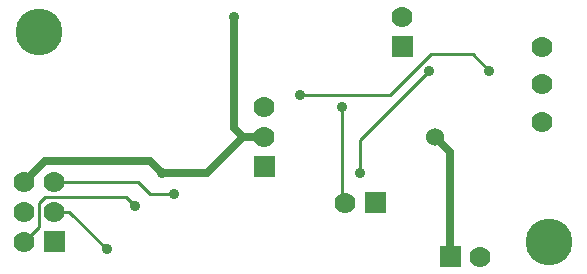
<source format=gbr>
G04 start of page 3 for group 5 idx 5 *
G04 Title: (unknown), bottom *
G04 Creator: pcb 20140316 *
G04 CreationDate: Mon 07 Sep 2020 04:57:56 PM GMT UTC *
G04 For: thomasc *
G04 Format: Gerber/RS-274X *
G04 PCB-Dimensions (mil): 2000.00 1000.00 *
G04 PCB-Coordinate-Origin: lower left *
%MOIN*%
%FSLAX25Y25*%
%LNBOTTOM*%
%ADD37C,0.1520*%
%ADD36C,0.0420*%
%ADD35C,0.0350*%
%ADD34C,0.0200*%
%ADD33C,0.0600*%
%ADD32C,0.0360*%
%ADD31C,0.1560*%
%ADD30C,0.0001*%
%ADD29C,0.0700*%
%ADD28C,0.0250*%
%ADD27C,0.0100*%
G54D27*X165000Y72000D02*X159500Y77500D01*
X145500D01*
X132000Y64000D01*
X122000Y49000D02*X145000Y72000D01*
X15000Y28000D02*X17000Y30000D01*
X44000D01*
X47000Y27000D01*
X20000Y25000D02*X25000D01*
X37500Y12500D01*
X10000Y15000D02*X15000Y20000D01*
Y28000D01*
X20000Y35000D02*X48000D01*
G54D28*X17000Y42000D02*X52000D01*
X56000Y38000D01*
X71000D01*
X83000Y50000D01*
X90000D01*
G54D27*X48000Y35000D02*X52000Y31000D01*
X60000D01*
G54D28*X80000Y90000D02*Y53000D01*
X83000Y50000D01*
X10000Y35000D02*X17000Y42000D01*
G54D27*X132000Y64000D02*X102000D01*
X116000Y60000D02*Y29000D01*
X117000Y28000D01*
G54D28*X152000Y45000D02*Y10000D01*
G54D27*X122000Y49000D02*Y38000D01*
G54D28*X147000Y50000D02*X152000Y45000D01*
G54D29*X182500Y67500D03*
Y80000D03*
Y55000D03*
G54D30*G36*
X132500Y83500D02*Y76500D01*
X139500D01*
Y83500D01*
X132500D01*
G37*
G54D29*X136000Y90000D03*
G54D31*X15000Y85000D03*
G54D29*X10000Y15000D03*
Y25000D03*
Y35000D03*
G54D30*G36*
X16500Y18500D02*Y11500D01*
X23500D01*
Y18500D01*
X16500D01*
G37*
G54D29*X20000Y25000D03*
Y35000D03*
G54D30*G36*
X86500Y43500D02*Y36500D01*
X93500D01*
Y43500D01*
X86500D01*
G37*
G54D29*X90000Y50000D03*
Y60000D03*
G54D31*X185000Y15000D03*
G54D30*G36*
X123500Y31500D02*Y24500D01*
X130500D01*
Y31500D01*
X123500D01*
G37*
G54D29*X117000Y28000D03*
G54D30*G36*
X148500Y13500D02*Y6500D01*
X155500D01*
Y13500D01*
X148500D01*
G37*
G54D29*X162000Y10000D03*
G54D32*X145000Y72000D03*
G54D33*X147000Y50000D03*
G54D32*X37500Y12500D03*
X47000Y27000D03*
X56000Y38000D03*
X60000Y31000D03*
X165000Y72000D03*
X80000Y90000D03*
X102000Y64000D03*
X116000Y60000D03*
X122000Y38000D03*
G54D34*G54D35*G54D34*G54D36*G54D37*G54D36*G54D37*G54D36*M02*

</source>
